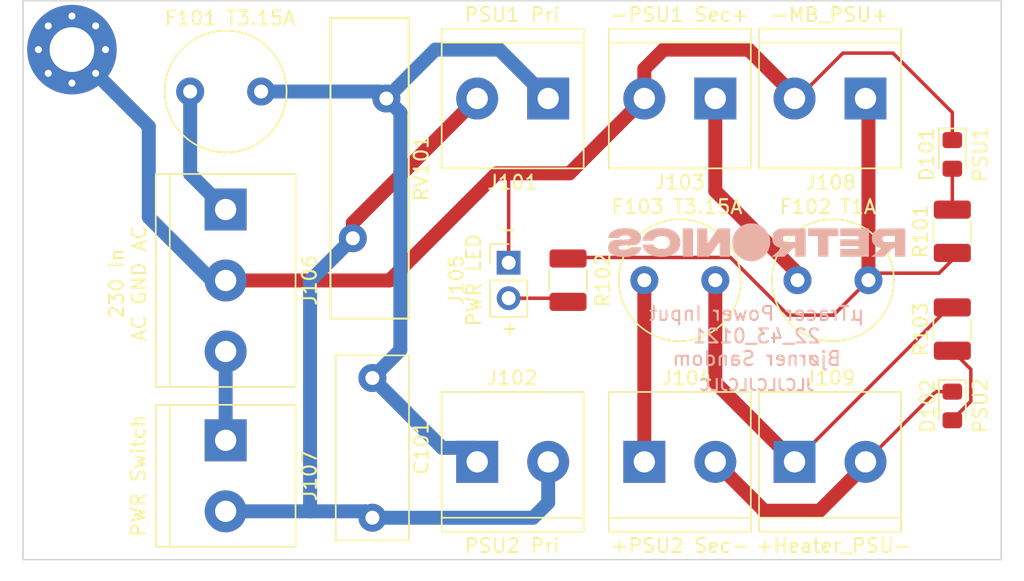
<source format=kicad_pcb>
(kicad_pcb (version 20211014) (generator pcbnew)
  (layers (0 "F.Cu" signal) (31 "B.Cu" signal) (34 "B.Paste" user) (35 "F.Paste" user) (36 "B.SilkS" user "B.Silkscreen") (37 "F.SilkS" user "F.Silkscreen") (38 "B.Mask" user) (39 "F.Mask" user) (44 "Edge.Cuts" user))
  (net 0 "")
  (net 1 "Net-(C101-Pad1)")
  (net 2 "Net-(C101-Pad2)")
  (net 3 "Earth")
  (net 4 "Net-(D101-Pad2)")
  (net 5 "/PSU2_0V")
  (net 6 "Net-(D102-Pad2)")
  (net 7 "Net-(F101-Pad1)")
  (net 8 "/PSU1_19V")
  (net 9 "Net-(F102-Pad2)")
  (net 10 "/PSU2_19V")
  (net 11 "Net-(F103-Pad2)")
  (net 12 "Net-(J106-Pad3)")
  (net 13 "Net-(J105-Pad2)")
  (footprint "MountingHole:MountingHole_3.2mm_M3" (layer "F.Cu") (at 73.5 57.5)
    (fp_text reference "H105" hide)
    (fp_text value "MountingHole")
    (pad "" np_thru_hole circle (at 0 0) (size 3.2 3.2) (drill 3.2) (layers *.Cu *.Mask))
  )
  (footprint "Fuse:Fuse_Littelfuse_372_D8.50mm" (layer "F.Cu") (at 81.96 51.5)
    (fp_text reference "F101" (at 0.04 -5.25) (layer "F.SilkS"))
    (fp_text value "T1A")
    (fp_circle (center 2.54 0) (end 6.9 0) (layer "F.SilkS") (width 0.12) (fill none))
    (pad "1" thru_hole circle (at 0 0) (size 2 2) (drill 1) (layers *.Cu *.Mask) (net 7 "Net-(F101-Pad1)"))
    (pad "2" thru_hole circle (at 5.08 0) (size 2 2) (drill 1) (layers *.Cu *.Mask) (net 1 "Net-(C101-Pad1)"))
  )
  (footprint "myDevices:TerminalBlock_LCSC_P5.08mm" (layer "F.Cu") (at 102.5 78)
    (fp_text reference "J102" (at 2.5 -6) (layer "F.SilkS"))
    (fp_text value "PSU2 Pri")
    (fp_line (start -2.54 5) (end 7.62 5) (layer "F.SilkS") (width 0.12))
    (fp_line (start 7.62 4) (end -2.54 4) (layer "F.SilkS") (width 0.12))
    (fp_line (start 7.62 -5) (end -2.54 -5) (layer "F.SilkS") (width 0.12))
    (fp_line (start -2.54 -5) (end -2.54 5) (layer "F.SilkS") (width 0.12))
    (fp_line (start 7.62 5) (end 7.62 -5) (layer "F.SilkS") (width 0.12))
    (pad "1" thru_hole rect locked (at 0 0) (size 3 3) (drill 1.52) (layers *.Cu *.Mask) (net 1 "Net-(C101-Pad1)"))
    (pad "2" thru_hole circle locked (at 5.08 0) (size 3 3) (drill 1.52) (layers *.Cu *.Mask) (net 2 "Net-(C101-Pad2)"))
  )
  (footprint "Fuse:Fuse_Littelfuse_372_D8.50mm" (layer "F.Cu") (at 119.54 65 180)
    (fp_text reference "F103" (at 5.54 5.25) (layer "F.SilkS"))
    (fp_text value "T3.15A")
    (fp_circle (center 2.54 0) (end 6.9 0) (layer "F.SilkS") (width 0.12) (fill none))
    (pad "1" thru_hole circle (at 0 0 180) (size 2 2) (drill 1) (layers *.Cu *.Mask) (net 10 "/PSU2_19V"))
    (pad "2" thru_hole circle (at 5.08 0 180) (size 2 2) (drill 1) (layers *.Cu *.Mask) (net 11 "Net-(F103-Pad2)"))
  )
  (footprint "myDevices:TerminalBlock_LCSC_P5.08mm_3" (layer "F.Cu") (at 84.5 59.9415 -90)
    (fp_text reference "J106" (at 5.0585 -6 90) (layer "F.SilkS"))
    (fp_text value "230VAC In")
    (fp_line (start 12.7 4.0005) (end -2.54 4) (layer "F.SilkS") (width 0.12))
    (fp_line (start -2.54 5) (end 12.7 5) (layer "F.SilkS") (width 0.12))
    (fp_line (start -2.54 -5) (end -2.54 5) (layer "F.SilkS") (width 0.12))
    (fp_line (start 12.7 5) (end 12.7 -5) (layer "F.SilkS") (width 0.12))
    (fp_line (start 12.7 -5) (end -2.54 -5) (layer "F.SilkS") (width 0.12))
    (pad "1" thru_hole rect locked (at 0 0 270) (size 3 3) (drill 1.52) (layers *.Cu *.Mask) (net 7 "Net-(F101-Pad1)"))
    (pad "2" thru_hole circle locked (at 5.08 0 270) (size 3 3) (drill 1.52) (layers *.Cu *.Mask) (net 3 "Earth"))
    (pad "3" thru_hole circle locked (at 10.16 0 270) (size 3 3) (drill 1.52) (layers *.Cu *.Mask) (net 12 "Net-(J106-Pad3)"))
  )
  (footprint "LED_SMD:LED_0805_2012Metric_Pad1.15x1.40mm_HandSolder" (layer "F.Cu") (at 136.5 74 -90)
    (fp_text reference "D102" (at 0 1.75 90) (layer "F.SilkS"))
    (fp_text value "LED")
    (fp_line (start 1 -0.96) (end -1.86 -0.96) (layer "F.SilkS") (width 0.12))
    (fp_line (start -1.86 -0.96) (end -1.86 0.96) (layer "F.SilkS") (width 0.12))
    (fp_line (start -1.86 0.96) (end 1 0.96) (layer "F.SilkS") (width 0.12))
    (pad "1" smd roundrect (at -1.025 0 270) (size 1.15 1.4) (layers "F.Cu" "F.Paste" "F.Mask") (roundrect_rratio 0.2173913043) (net 5 "/PSU2_0V"))
    (pad "2" smd roundrect (at 1.025 0 270) (size 1.15 1.4) (layers "F.Cu" "F.Paste" "F.Mask") (roundrect_rratio 0.2173913043) (net 6 "Net-(D102-Pad2)"))
  )
  (footprint "myDevices:TerminalBlock_LCSC_P5.08mm" (layer "F.Cu") (at 130.29 52 180)
    (fp_text reference "J108" (at 2.5 -6) (layer "F.SilkS"))
    (fp_text value "To MainBoard")
    (fp_line (start -2.54 5) (end 7.62 5) (layer "F.SilkS") (width 0.12))
    (fp_line (start 7.62 4) (end -2.54 4) (layer "F.SilkS") (width 0.12))
    (fp_line (start 7.62 5) (end 7.62 -5) (layer "F.SilkS") (width 0.12))
    (fp_line (start 7.62 -5) (end -2.54 -5) (layer "F.SilkS") (width 0.12))
    (fp_line (start -2.54 -5) (end -2.54 5) (layer "F.SilkS") (width 0.12))
    (pad "1" thru_hole rect locked (at 0 0 180) (size 3 3) (drill 1.52) (layers *.Cu *.Mask) (net 8 "/PSU1_19V"))
    (pad "2" thru_hole circle locked (at 5.08 0 180) (size 3 3) (drill 1.52) (layers *.Cu *.Mask) (net 3 "Earth"))
  )
  (footprint "myDevices:TerminalBlock_LCSC_P5.08mm" (layer "F.Cu") (at 84.5 76.46 -90)
    (fp_text reference "J107" (at 2.54 -6 90) (layer "F.SilkS"))
    (fp_text value "Power switch")
    (fp_line (start -2.54 -5) (end -2.54 5) (layer "F.SilkS") (width 0.12))
    (fp_line (start -2.54 5) (end 7.62 5) (layer "F.SilkS") (width 0.12))
    (fp_line (start 7.62 5) (end 7.62 -5) (layer "F.SilkS") (width 0.12))
    (fp_line (start 7.62 4) (end -2.54 4) (layer "F.SilkS") (width 0.12))
    (fp_line (start 7.62 -5) (end -2.54 -5) (layer "F.SilkS") (width 0.12))
    (pad "1" thru_hole rect locked (at 0 0 270) (size 3 3) (drill 1.52) (layers *.Cu *.Mask) (net 12 "Net-(J106-Pad3)"))
    (pad "2" thru_hole circle locked (at 5.08 0 270) (size 3 3) (drill 1.52) (layers *.Cu *.Mask) (net 2 "Net-(C101-Pad2)"))
  )
  (footprint "myDevices:TerminalBlock_LCSC_P5.08mm" (layer "F.Cu") (at 119.54 52 180)
    (fp_text reference "J103" (at 2.54 -6) (layer "F.SilkS"))
    (fp_text value "PSU1 Sec")
    (fp_line (start 7.62 4) (end -2.54 4) (layer "F.SilkS") (width 0.12))
    (fp_line (start -2.54 -5) (end -2.54 5) (layer "F.SilkS") (width 0.12))
    (fp_line (start -2.54 5) (end 7.62 5) (layer "F.SilkS") (width 0.12))
    (fp_line (start 7.62 -5) (end -2.54 -5) (layer "F.SilkS") (width 0.12))
    (fp_line (start 7.62 5) (end 7.62 -5) (layer "F.SilkS") (width 0.12))
    (pad "1" thru_hole rect locked (at 0 0 180) (size 3 3) (drill 1.52) (layers *.Cu *.Mask) (net 9 "Net-(F102-Pad2)"))
    (pad "2" thru_hole circle locked (at 5.08 0 180) (size 3 3) (drill 1.52) (layers *.Cu *.Mask) (net 3 "Earth"))
  )
  (footprint "Fuse:Fuse_Littelfuse_372_D8.50mm" (layer "F.Cu") (at 130.5 65 180)
    (fp_text reference "F102" (at 4.5 5.25) (layer "F.SilkS"))
    (fp_text value "T1A")
    (fp_circle (center 2.54 0) (end 6.9 0) (layer "F.SilkS") (width 0.12) (fill none))
    (pad "1" thru_hole circle (at 0 0 180) (size 2 2) (drill 1) (layers *.Cu *.Mask) (net 8 "/PSU1_19V"))
    (pad "2" thru_hole circle (at 5.08 0 180) (size 2 2) (drill 1) (layers *.Cu *.Mask) (net 9 "Net-(F102-Pad2)"))
  )
  (footprint "MountingHole:MountingHole_3.2mm_M3_Pad_Via" (layer "F.Cu") (at 73.5 48.5)
    (fp_text reference "H101" hide)
    (fp_text value "Chassis")
    (pad "1" thru_hole circle (at 0 2.4) (size 0.8 0.8) (drill 0.5) (layers *.Cu *.Mask) (net 3 "Earth"))
    (pad "1" thru_hole circle (at 0 0) (size 6.4 6.4) (drill 3.2) (layers *.Cu *.Mask) (net 3 "Earth"))
    (pad "1" thru_hole circle (at -1.697056 1.697056) (size 0.8 0.8) (drill 0.5) (layers *.Cu *.Mask) (net 3 "Earth"))
    (pad "1" thru_hole circle (at 0 -2.4) (size 0.8 0.8) (drill 0.5) (layers *.Cu *.Mask) (net 3 "Earth"))
    (pad "1" thru_hole circle (at 1.697056 1.697056) (size 0.8 0.8) (drill 0.5) (layers *.Cu *.Mask) (net 3 "Earth"))
    (pad "1" thru_hole circle (at 1.697056 -1.697056) (size 0.8 0.8) (drill 0.5) (layers *.Cu *.Mask) (net 3 "Earth"))
    (pad "1" thru_hole circle (at 2.4 0) (size 0.8 0.8) (drill 0.5) (layers *.Cu *.Mask) (net 3 "Earth"))
    (pad "1" thru_hole circle (at -1.697056 -1.697056) (size 0.8 0.8) (drill 0.5) (layers *.Cu *.Mask) (net 3 "Earth"))
    (pad "1" thru_hole circle (at -2.4 0) (size 0.8 0.8) (drill 0.5) (layers *.Cu *.Mask) (net 3 "Earth"))
  )
  (footprint "myDevices:TerminalBlock_LCSC_P5.08mm" (layer "F.Cu") (at 125.21 78)
    (fp_text reference "J109" (at 2.54 -6) (layer "F.SilkS"))
    (fp_text value "To Heater PSU")
    (fp_line (start 7.62 4) (end -2.54 4) (layer "F.SilkS") (width 0.12))
    (fp_line (start -2.54 5) (end 7.62 5) (layer "F.SilkS") (width 0.12))
    (fp_line (start 7.62 -5) (end -2.54 -5) (layer "F.SilkS") (width 0.12))
    (fp_line (start -2.54 -5) (end -2.54 5) (layer "F.SilkS") (width 0.12))
    (fp_line (start 7.62 5) (end 7.62 -5) (layer "F.SilkS") (width 0.12))
    (pad "1" thru_hole rect locked (at 0 0) (size 3 3) (drill 1.52) (layers *.Cu *.Mask) (net 10 "/PSU2_19V"))
    (pad "2" thru_hole circle locked (at 5.08 0) (size 3 3) (drill 1.52) (layers *.Cu *.Mask) (net 5 "/PSU2_0V"))
  )
  (footprint "Resistor_SMD:R_1210_3225Metric_Pad1.30x2.65mm_HandSolder" (layer "F.Cu") (at 136.5 68.5 -90)
    (fp_text reference "R103" (at 0 2.28 90) (layer "F.SilkS"))
    (fp_text value "3.9kΩ 1/2W")
    (fp_line (start -0.723737 1.355) (end 0.723737 1.355) (layer "F.SilkS") (width 0.12))
    (fp_line (start -0.723737 -1.355) (end 0.723737 -1.355) (layer "F.SilkS") (width 0.12))
    (pad "1" smd roundrect (at -1.55 0 270) (size 1.3 2.65) (layers "F.Cu" "F.Paste" "F.Mask") (roundrect_rratio 0.1923076923) (net 10 "/PSU2_19V"))
    (pad "2" smd roundrect (at 1.55 0 270) (size 1.3 2.65) (layers "F.Cu" "F.Paste" "F.Mask") (roundrect_rratio 0.1923076923) (net 6 "Net-(D102-Pad2)"))
  )
  (footprint "MountingHole:MountingHole_3.2mm_M3" (layer "F.Cu") (at 73.5 81.5)
    (fp_text reference "H102" hide)
    (fp_text value "MountingHole")
    (pad "" np_thru_hole circle (at 0 0) (size 3.2 3.2) (drill 3.2) (layers *.Cu *.Mask))
  )
  (footprint "Capacitor_THT:C_Rect_L13.0mm_W5.0mm_P10.00mm_FKS3_FKP3_MKS4" (layer "F.Cu") (at 95 72 -90)
    (fp_text reference "C101" (at 5 -3.5 90) (layer "F.SilkS"))
    (fp_text value "47nF X2")
    (fp_line (start 11.62 -2.62) (end 11.62 2.62) (layer "F.SilkS") (width 0.12))
    (fp_line (start -1.62 -2.62) (end 11.62 -2.62) (layer "F.SilkS") (width 0.12))
    (fp_line (start -1.62 2.62) (end 11.62 2.62) (layer "F.SilkS") (width 0.12))
    (fp_line (start -1.62 -2.62) (end -1.62 2.62) (layer "F.SilkS") (width 0.12))
    (pad "1" thru_hole circle (at 0 0 270) (size 2 2) (drill 1) (layers *.Cu *.Mask) (net 1 "Net-(C101-Pad1)"))
    (pad "2" thru_hole circle (at 10 0 270) (size 2 2) (drill 1) (layers *.Cu *.Mask) (net 2 "Net-(C101-Pad2)"))
  )
  (footprint "MountingHole:MountingHole_3.2mm_M3" (layer "F.Cu") (at 136.5 81.5)
    (fp_text reference "H104" hide)
    (fp_text value "MountingHole")
    (pad "" np_thru_hole circle (at 0 0) (size 3.2 3.2) (drill 3.2) (layers *.Cu *.Mask))
  )
  (footprint "LED_SMD:LED_0805_2012Metric_Pad1.15x1.40mm_HandSolder" (layer "F.Cu") (at 136.5 56 -90)
    (fp_text reference "D101" (at 0 1.85 90) (layer "F.SilkS"))
    (fp_text value "LED")
    (fp_line (start -1.86 0.96) (end 1 0.96) (layer "F.SilkS") (width 0.12))
    (fp_line (start 1 -0.96) (end -1.86 -0.96) (layer "F.SilkS") (width 0.12))
    (fp_line (start -1.86 -0.96) (end -1.86 0.96) (layer "F.SilkS") (width 0.12))
    (pad "1" smd roundrect (at -1.025 0 270) (size 1.15 1.4) (layers "F.Cu" "F.Paste" "F.Mask") (roundrect_rratio 0.2173913043) (net 3 "Earth"))
    (pad "2" smd roundrect (at 1.025 0 270) (size 1.15 1.4) (layers "F.Cu" "F.Paste" "F.Mask") (roundrect_rratio 0.2173913043) (net 4 "Net-(D101-Pad2)"))
  )
  (footprint "Varistor:RV_Disc_D21.5mm_W5.6mm_P10mm" (layer "F.Cu") (at 96 52 -90)
    (fp_text reference "RV101" (at 5 -2.5 90) (layer "F.SilkS"))
    (fp_text value "20D431K")
    (fp_line (start -5.75 -1.6) (end 15.75 -1.6) (layer "F.SilkS") (width 0.15))
    (fp_line (start -5.75 -1.6) (end -5.75 4) (layer "F.SilkS") (width 0.15))
    (fp_line (start -5.75 4) (end 15.75 4) (layer "F.SilkS") (width 0.15))
    (fp_line (start 15.75 -1.6) (end 15.75 4) (layer "F.SilkS") (width 0.15))
    (pad "1" thru_hole circle (at 0 0 270) (size 2 2) (drill 1) (layers *.Cu *.Mask) (net 1 "Net-(C101-Pad1)"))
    (pad "2" thru_hole circle (at 10 2.4 270) (size 2 2) (drill 1) (layers *.Cu *.Mask) (net 2 "Net-(C101-Pad2)"))
  )
  (footprint "Resistor_SMD:R_1210_3225Metric_Pad1.30x2.65mm_HandSolder" (layer "F.Cu") (at 136.5 61.5 90)
    (fp_text reference "R101" (at 0 -2.28 90) (layer "F.SilkS"))
    (fp_text value "3.9kΩ 1/2W")
    (fp_line (start -0.723737 -1.355) (end 0.723737 -1.355) (layer "F.SilkS") (width 0.12))
    (fp_line (start -0.723737 1.355) (end 0.723737 1.355) (layer "F.SilkS") (width 0.12))
    (pad "1" smd roundrect (at -1.55 0 90) (size 1.3 2.65) (layers "F.Cu" "F.Paste" "F.Mask") (roundrect_rratio 0.1923076923) (net 8 "/PSU1_19V"))
    (pad "2" smd roundrect (at 1.55 0 90) (size 1.3 2.65) (layers "F.Cu" "F.Paste" "F.Mask") (roundrect_rratio 0.1923076923) (net 4 "Net-(D101-Pad2)"))
  )
  (footprint "MountingHole:MountingHole_3.2mm_M3" (layer "F.Cu") (at 136.5 48.5)
    (fp_text reference "H103" hide)
    (fp_text value "MountingHole")
    (pad "" np_thru_hole circle (at 0 0) (size 3.2 3.2) (drill 3.2) (layers *.Cu *.Mask))
  )
  (footprint "MountingHole:MountingHole_3.2mm_M3" (layer "F.Cu") (at 73.5 72.5)
    (fp_text reference "H106" hide)
    (fp_text value "MountingHole")
    (pad "" np_thru_hole circle (at 0 0) (size 3.2 3.2) (drill 3.2) (layers *.Cu *.Mask))
  )
  (footprint "Resistor_SMD:R_1210_3225Metric_Pad1.30x2.65mm_HandSolder" (layer "F.Cu") (at 109 65 -90)
    (fp_text reference "R102" (at 0 -2.5 -90) (layer "F.SilkS"))
    (fp_text value "1kΩ 1/2W")
    (fp_line (start -0.723737 -1.355) (end 0.723737 -1.355) (layer "F.SilkS") (width 0.12))
    (fp_line (start -0.723737 1.355) (end 0.723737 1.355) (layer "F.SilkS") (width 0.12))
    (pad "1" smd roundrect (at -1.55 0 270) (size 1.3 2.65) (layers "F.Cu" "F.Paste" "F.Mask") (roundrect_rratio 0.1923076923) (net 8 "/PSU1_19V"))
    (pad "2" smd roundrect (at 1.55 0 270) (size 1.3 2.65) (layers "F.Cu" "F.Paste" "F.Mask") (roundrect_rratio 0.1923076923) (net 13 "Net-(J105-Pad2)"))
  )
  (footprint "Connector_PinHeader_2.54mm:PinHeader_1x02_P2.54mm_Vertical" (layer "F.Cu") (at 104.75 63.75)
    (fp_text reference "J105" (at -3.75 1.25 90) (layer "F.SilkS"))
    (fp_text value "Power LED")
    (fp_line (start -1.33 1.27) (end 1.33 1.27) (layer "F.SilkS") (width 0.12))
    (fp_line (start 1.33 1.27) (end 1.33 3.87) (layer "F.SilkS") (width 0.12))
    (fp_line (start -1.33 1.27) (end -1.33 3.87) (layer "F.SilkS") (width 0.12))
    (fp_line (start -1.33 0) (end -1.33 -1.33) (layer "F.SilkS") (width 0.12))
    (fp_line (start -1.33 3.87) (end 1.33 3.87) (layer "F.SilkS") (width 0.12))
    (fp_line (start -1.33 -1.33) (end 0 -1.33) (layer "F.SilkS") (width 0.12))
    (pad "1" thru_hole rect (at 0 0) (size 1.7 1.7) (drill 1) (layers *.Cu *.Mask) (net 3 "Earth"))
    (pad "2" thru_hole oval (at 0 2.54) (size 1.7 1.7) (drill 1) (layers *.Cu *.Mask) (net 13 "Net-(J105-Pad2)"))
  )
  (footprint "myDevices:TerminalBlock_LCSC_P5.08mm" (layer "F.Cu") (at 114.46 78)
    (fp_text reference "J104" (at 3.04 -6) (layer "F.SilkS"))
    (fp_text value "PSU2 Sec")
    (fp_line (start 7.62 5) (end 7.62 -5) (layer "F.SilkS") (width 0.12))
    (fp_line (start 7.62 4) (end -2.54 4) (layer "F.SilkS") (width 0.12))
    (fp_line (start 7.62 -5) (end -2.54 -5) (layer "F.SilkS") (width 0.12))
    (fp_line (start -2.54 -5) (end -2.54 5) (layer "F.SilkS") (width 0.12))
    (fp_line (start -2.54 5) (end 7.62 5) (layer "F.SilkS") (width 0.12))
    (pad "1" thru_hole rect locked (at 0 0) (size 3 3) (drill 1.52) (layers *.Cu *.Mask) (net 11 "Net-(F103-Pad2)"))
    (pad "2" thru_hole circle locked (at 5.08 0) (size 3 3) (drill 1.52) (layers *.Cu *.Mask) (net 5 "/PSU2_0V"))
  )
  (footprint "myDevices:TerminalBlock_LCSC_P5.08mm" (layer "F.Cu") (at 107.58 52 180)
    (fp_text reference "J101" (at 2.54 -6) (layer "F.SilkS"))
    (fp_text value "PSU1 Pri")
    (fp_line (start -2.54 5) (end 7.62 5) (layer "F.SilkS") (width 0.12))
    (fp_line (start 7.62 5) (end 7.62 -5) (layer "F.SilkS") (width 0.12))
    (fp_line (start -2.54 -5) (end -2.54 5) (layer "F.SilkS") (width 0.12))
    (fp_line (start 7.62 4) (end -2.54 4) (layer "F.SilkS") (width 0.12))
    (fp_line (start 7.62 -5) (end -2.54 -5) (layer "F.SilkS") (width 0.12))
    (pad "1" thru_hole rect locked (at 0 0 180) (size 3 3) (drill 1.52) (layers *.Cu *.Mask) (net 1 "Net-(C101-Pad1)"))
    (pad "2" thru_hole circle locked (at 5.08 0 180) (size 3 3) (drill 1.52) (layers *.Cu *.Mask) (net 2 "Net-(C101-Pad2)"))
  )
  (footprint "Graphics:retronics_logo_24mm" (layer "B.Cu") (at 122.497465 62.25 180)
    (fp_text reference "G***" hide)
    (fp_text value "LOGO" hide)
    (fp_poly (pts (xy 6.814868 0.96565) (xy 6.941958 0.964603) (xy 7.040039 0.961781) (xy 7.118429 0.956268) (xy 7.186451 0.947147) (xy 7.253423 0.933501) (xy 7.324574 0.915508) (xy 7.535657 0.844697) (xy 7.718758 0.753138) (xy 7.872391 0.642208) (xy 7.99507 0.513283) (xy 8.085306 0.367739) (xy 8.141615 0.206953) (xy 8.152844 0.148566) (xy 8.16393 0.076679) (xy 7.385029 0.076679) (xy 7.36225 0.131672) (xy 7.314069 0.206972) (xy 7.237301 0.27877) (xy 7.141378 0.338588) (xy 7.121585 0.347981) (xy 7.024712 0.378497) (xy 6.904885 0.396818) (xy 6.775632 0.40255) (xy 6.650478 0.395296) (xy 6.542949 0.374661) (xy 6.515848 0.36569) (xy 6.394646 0.30224) (xy 6.302779 0.215599) (xy 6.242149 0.108665) (xy 6.214655 -0.015662) (xy 6.214576 -0.093704) (xy 6.239785 -0.221225) (xy 6.295929 -0.326305) (xy 6.384001 -0.410445) (xy 6.450012 -0.450197) (xy 6.500419 -0.474819) (xy 6.543638 -0.491239) (xy 6.589522 -0.501111) (xy 6.647922 -0.506089) (xy 6.728689 -0.507826) (xy 6.79443 -0.508) (xy 6.898106 -0.507078) (xy 6.973137 -0.503441) (xy 7.029193 -0.495786) (xy 7.075945 -0.482809) (xy 7.121585 -0.463886) (xy 7.220348 -0.406485) (xy 7.301481 -0.33604) (xy 7.355703 -0.260927) (xy 7.36225 -0.246691) (xy 7.385029 -0.191698) (xy 8.161106 -0.191698) (xy 8.142829 -0.29234) (xy 8.094889 -0.45112) (xy 8.012227 -0.598075) (xy 7.897303 -0.730719) (xy 7.752581 -0.846567) (xy 7.580522 -0.943133) (xy 7.443165 -0.998611) (xy 7.299737 -1.03771) (xy 7.130697 -1.066504) (xy 6.947596 -1.084108) (xy 6.761986 -1.08964) (xy 6.585418 -1.082216) (xy 6.490582 -1.071463) (xy 6.2623 -1.023701) (xy 6.058833 -0.951229) (xy 5.881814 -0.855189) (xy 5.732873 -0.736729) (xy 5.613645 -0.596991) (xy 5.52576 -0.437123) (xy 5.503569 -0.379138) (xy 5.461961 -0.204942) (xy 5.451175 -0.021402) (xy 5.462783 0.105434) (xy 5.509919 0.284607) (xy 5.590557 0.446747) (xy 5.703159 0.59038) (xy 5.846185 0.71403) (xy 6.018097 0.816224) (xy 6.217356 0.895486) (xy 6.316453 0.923509) (xy 6.389489 0.940348) (xy 6.458232 0.9522) (xy 6.531918 0.959848) (xy 6.619783 0.964071) (xy 6.731062 0.965652)) (layer "B.SilkS") (width 0) (fill solid))
    (fp_poly (pts (xy -2.592717 0.954145) (xy -2.38117 0.952611) (xy -2.204358 0.951111) (xy -2.058675 0.949479) (xy -1.940516 0.947545) (xy -1.846277 0.945141) (xy -1.772353 0.9421) (xy -1.715138 0.938254) (xy -1.671028 0.933433) (xy -1.636418 0.927471) (xy -1.607702 0.920199) (xy -1.581277 0.91145) (xy -1.567456 0.90634) (xy -1.413103 0.832579) (xy -1.291576 0.739454) (xy -1.202197 0.625908) (xy -1.144286 0.490888) (xy -1.117166 0.33334) (xy -1.116298 0.205859) (xy -1.130515 0.0672) (xy -1.159881 -0.044492) (xy -1.208161 -0.138861) (xy -1.279117 -0.225552) (xy -1.288356 -0.23492) (xy -1.374 -0.308123) (xy -1.469708 -0.363021) (xy -1.58712 -0.405695) (xy -1.644879 -0.421231) (xy -1.707302 -0.438377) (xy -1.752272 -0.453784) (xy -1.769483 -0.463599) (xy -1.756558 -0.478919) (xy -1.718262 -0.515385) (xy -1.658551 -0.56945) (xy -1.581384 -0.637569) (xy -1.490717 -0.716194) (xy -1.422375 -0.774699) (xy -1.071542 -1.07351) (xy -1.527809 -1.073364) (xy -1.984075 -1.073219) (xy -2.313083 -0.757062) (xy -2.419912 -0.655009) (xy -2.503354 -0.576999) (xy -2.567153 -0.519984) (xy -2.615051 -0.480916) (xy -2.650791 -0.456746) (xy -2.678116 -0.444426) (xy -2.700769 -0.440907) (xy -2.701272 -0.440906) (xy -2.760452 -0.440906) (xy -2.760452 -1.07351) (xy -3.508075 -1.07351) (xy -3.508075 -0.01917) (xy -2.760452 -0.01917) (xy -2.408672 -0.01917) (xy -2.285014 -0.018035) (xy -2.174979 -0.014854) (xy -2.085225 -0.009959) (xy -2.022409 -0.003684) (xy -1.997785 0.001434) (xy -1.930814 0.042842) (xy -1.891152 0.110975) (xy -1.878641 0.201869) (xy -1.881786 0.267247) (xy -1.893966 0.318359) (xy -1.9193 0.356924) (xy -1.961905 0.384661) (xy -2.025898 0.40329) (xy -2.115399 0.414531) (xy -2.234526 0.420103) (xy -2.387395 0.421724) (xy -2.405195 0.421736) (xy -2.760452 0.421736) (xy -2.760452 -0.01917) (xy -3.508075 -0.01917) (xy -3.508075 0.960541)) (layer "B.SilkS") (width 0) (fill solid))
    (fp_poly (pts (xy -3.680603 0.402566) (xy -4.389886 0.402566) (xy -4.389886 -1.07351) (xy -5.137509 -1.07351) (xy -5.137509 0.402566) (xy -5.846792 0.402566) (xy -5.846792 0.95849) (xy -3.680603 0.95849)) (layer "B.SilkS") (width 0) (fill solid))
    (fp_poly (pts (xy 5.290868 -1.07351) (xy 4.543246 -1.07351) (xy 4.543246 0.95849) (xy 5.290868 0.95849)) (layer "B.SilkS") (width 0) (fill solid))
    (fp_poly (pts (xy 9.741976 0.95479) (xy 9.945424 0.915963) (xy 10.126688 0.858091) (xy 10.283354 0.782303) (xy 10.413007 0.689728) (xy 10.513234 0.581495) (xy 10.581618 0.458734) (xy 10.612433 0.346815) (xy 10.624976 0.268377) (xy 9.869978 0.268377) (xy 9.823362 0.323777) (xy 9.752553 0.382776) (xy 9.652994 0.424189) (xy 9.522088 0.448929) (xy 9.450717 0.454958) (xy 9.308439 0.455565) (xy 9.195872 0.438192) (xy 9.108399 0.401931) (xy 9.079409 0.38194) (xy 9.037379 0.329905) (xy 9.028982 0.272721) (xy 9.054141 0.219844) (xy 9.080854 0.196932) (xy 9.101136 0.186328) (xy 9.12915 0.177825) (xy 9.169604 0.171033) (xy 9.227205 0.165559) (xy 9.306661 0.161014) (xy 9.41268 0.157005) (xy 9.54997 0.153142) (xy 9.631986 0.151138) (xy 9.788939 0.14711) (xy 9.913119 0.143) (xy 10.010092 0.138342) (xy 10.085422 0.132672) (xy 10.144675 0.125523) (xy 10.193415 0.11643) (xy 10.237207 0.104927) (xy 10.256651 0.098883) (xy 10.391208 0.038105) (xy 10.496945 -0.047903) (xy 10.573502 -0.158679) (xy 10.620519 -0.293765) (xy 10.634175 -0.383767) (xy 10.629925 -0.528827) (xy 10.590593 -0.660376) (xy 10.517477 -0.777003) (xy 10.411874 -0.877299) (xy 10.275083 -0.959853) (xy 10.1084 -1.023256) (xy 10.025812 -1.044748) (xy 9.937075 -1.059593) (xy 9.820037 -1.071414) (xy 9.684644 -1.079898) (xy 9.540837 -1.084732) (xy 9.398561 -1.085602) (xy 9.267759 -1.082195) (xy 9.158376 -1.074198) (xy 9.144 -1.072531) (xy 8.955696 -1.038397) (xy 8.779678 -0.985341) (xy 8.623038 -0.916236) (xy 8.492869 -0.833958) (xy 8.437051 -0.786005) (xy 8.370026 -0.706127) (xy 8.312731 -0.610636) (xy 8.272745 -0.513802) (xy 8.258843 -0.450491) (xy 8.252604 -0.392981) (xy 8.624314 -0.387766) (xy 8.752664 -0.386153) (xy 8.848086 -0.385734) (xy 8.915986 -0.386968) (xy 8.96177 -0.390311) (xy 8.990843 -0.396223) (xy 9.00861 -0.40516) (xy 9.020476 -0.417581) (xy 9.023354 -0.421569) (xy 9.079436 -0.472814) (xy 9.165965 -0.515545) (xy 9.275614 -0.547794) (xy 9.401053 -0.567589) (xy 9.534953 -0.57296) (xy 9.579992 -0.571217) (xy 9.704714 -0.555333) (xy 9.795143 -0.524692) (xy 9.850871 -0.479588) (xy 9.871488 -0.420319) (xy 9.863301 -0.36559) (xy 9.852868 -0.341076) (xy 9.836033 -0.321512) (xy 9.80857 -0.306191) (xy 9.766251 -0.294401) (xy 9.70485 -0.285434) (xy 9.620141 -0.27858) (xy 9.507895 -0.27313) (xy 9.363888 -0.268374) (xy 9.268604 -0.265771) (xy 9.079275 -0.259761) (xy 8.923657 -0.251955) (xy 8.797131 -0.241374) (xy 8.695077 -0.227039) (xy 8.612877 -0.207972) (xy 8.545911 -0.183193) (xy 8.48956 -0.151724) (xy 8.439203 -0.112586) (xy 8.40843 -0.083503) (xy 8.339218 -0.000267) (xy 8.29632 0.089241) (xy 8.275614 0.195949) (xy 8.272106 0.277962) (xy 8.274252 0.36548) (xy 8.283342 0.431018) (xy 8.302674 0.490761) (xy 8.325796 0.541333) (xy 8.405015 0.659423) (xy 8.517351 0.759473) (xy 8.661869 0.841062) (xy 8.837634 0.903768) (xy 9.043711 0.947169) (xy 9.278189 0.970791) (xy 9.51876 0.973442)) (layer "B.SilkS") (width 0) (fill solid))
    (fp_poly (pts (xy -5.980981 0.402566) (xy -7.284528 0.402566) (xy -7.284528 0.172528) (xy -5.980981 0.172528) (xy -5.980981 -0.306717) (xy -7.284528 -0.306717) (xy -7.284528 -0.517585) (xy -5.980981 -0.517585) (xy -5.980981 -1.07351) (xy -8.032151 -1.07351) (xy -8.032151 0.95849) (xy -5.980981 0.95849)) (layer "B.SilkS") (width 0) (fill solid))
    (fp_poly (pts (xy 0.494809 1.310009) (xy 0.578576 1.306618) (xy 0.645372 1.29935) (xy 0.705871 1.286881) (xy 0.770749 1.267889) (xy 0.795548 1.259762) (xy 0.974201 1.187859) (xy 1.133301 1.095501) (xy 1.283974 0.975713) (xy 1.352181 0.910813) (xy 1.432754 0.826659) (xy 1.493312 0.752241) (xy 1.543982 0.673598) (xy 1.594891 0.576772) (xy 1.595716 0.575094) (xy 1.68079 0.360707) (xy 1.7295 0.140622) (xy 1.741957 -0.08131) (xy 1.718272 -0.30124) (xy 1.658557 -0.51532) (xy 1.562923 -0.7197) (xy 1.558038 -0.728159) (xy 1.452841 -0.877574) (xy 1.318778 -1.019476) (xy 1.165322 -1.145756) (xy 1.001942 -1.24831) (xy 0.889247 -1.300656) (xy 0.764351 -1.341074) (xy 0.62489 -1.371786) (xy 0.48268 -1.391258) (xy 0.349536 -1.397959) (xy 0.237274 -1.390355) (xy 0.220453 -1.387399) (xy 0.180388 -1.379555) (xy 0.119157 -1.367614) (xy 0.07668 -1.359347) (xy -0.015625 -1.333041) (xy -0.12653 -1.288701) (xy -0.244511 -1.232008) (xy -0.358046 -1.168646) (xy -0.455611 -1.104298) (xy -0.482904 -1.083361) (xy -0.614844 -0.956345) (xy -0.73477 -0.799564) (xy -0.836552 -0.621138) (xy -0.844823 -0.603849) (xy -0.924514 -0.391734) (xy -0.967241 -0.175676) (xy -0.973647 0.040794) (xy -0.944373 0.254151) (xy -0.880061 0.460864) (xy -0.781353 0.657406) (xy -0.648891 0.840249) (xy -0.565885 0.929736) (xy -0.402109 1.070496) (xy -0.224234 1.179256) (xy -0.028754 1.259762) (xy 0.040016 1.281258) (xy 0.100801 1.295784) (xy 0.164275 1.304661) (xy 0.241112 1.309215) (xy 0.341986 1.310766) (xy 0.383397 1.310845)) (layer "B.SilkS") (width 0) (fill solid))
    (fp_poly (pts (xy -9.723886 0.954145) (xy -9.51234 0.952611) (xy -9.335528 0.951111) (xy -9.189845 0.949479) (xy -9.071686 0.947545) (xy -8.977447 0.945141) (xy -8.903523 0.9421) (xy -8.846308 0.938254) (xy -8.802198 0.933433) (xy -8.767587 0.927471) (xy -8.738872 0.920199) (xy -8.712447 0.91145) (xy -8.698626 0.90634) (xy -8.544273 0.832579) (xy -8.422746 0.739454) (xy -8.333367 0.625908) (xy -8.275456 0.490888) (xy -8.248336 0.33334) (xy -8.247468 0.205859) (xy -8.261685 0.0672) (xy -8.291051 -0.044492) (xy -8.33933 -0.138861) (xy -8.410287 -0.225552) (xy -8.419525 -0.23492) (xy -8.50517 -0.308123) (xy -8.600878 -0.363021) (xy -8.71829 -0.405695) (xy -8.776049 -0.421231) (xy -8.838472 -0.438377) (xy -8.883442 -0.453784) (xy -8.900653 -0.463599) (xy -8.887728 -0.478919) (xy -8.849432 -0.515385) (xy -8.789721 -0.56945) (xy -8.712554 -0.637569) (xy -8.621887 -0.716194) (xy -8.553544 -0.774699) (xy -8.202712 -1.07351) (xy -8.658978 -1.073364) (xy -9.115245 -1.073219) (xy -9.444253 -0.757062) (xy -9.551082 -0.655009) (xy -9.634524 -0.576999) (xy -9.698323 -0.519984) (xy -9.746221 -0.480916) (xy -9.781961 -0.456746) (xy -9.809286 -0.444426) (xy -9.831939 -0.440907) (xy -9.832442 -0.440906) (xy -9.891622 -0.440906) (xy -9.891622 -1.07351) (xy -10.639245 -1.07351) (xy -10.639245 -0.01917) (xy -9.891622 -0.01917) (xy -9.539841 -0.01917) (xy -9.416184 -0.018035) (xy -9.306149 -0.014854) (xy -9.216395 -0.009959) (xy -9.153579 -0.003684) (xy -9.128955 0.001434) (xy -9.061983 0.042842) (xy -9.022321 0.110975) (xy -9.009811 0.201869) (xy -9.012956 0.267247) (xy -9.025136 0.318359) (xy -9.05047 0.356924) (xy -9.093074 0.384661) (xy -9.157068 0.40329) (xy -9.246569 0.414531) (xy -9.365695 0.420103) (xy -9.518565 0.421724) (xy -9.536365 0.421736) (xy -9.891622 0.421736) (xy -9.891622 -0.01917) (xy -10.639245 -0.01917) (xy -10.639245 0.960541)) (layer "B.SilkS") (width 0) (fill solid))
    (fp_poly (pts (xy 3.125475 0.431902) (xy 3.210928 0.305756) (xy 3.290385 0.190415) (xy 3.36117 0.089613) (xy 3.420607 0.007083) (xy 3.46602 -0.053441) (xy 3.494732 -0.088223) (xy 3.503283 -0.095268) (xy 3.5107 -0.087132) (xy 3.516529 -0.060076) (xy 3.520924 -0.010726) (xy 3.524037 0.064292) (xy 3.526023 0.16835) (xy 3.527034 0.304823) (xy 3.527246 0.43132) (xy 3.527246 0.95849) (xy 4.255699 0.95849) (xy 4.255699 -1.07351) (xy 3.82917 -1.073504) (xy 3.402642 -1.073499) (xy 3.038942 -0.565504) (xy 2.950817 -0.443031) (xy 2.869486 -0.331179) (xy 2.797686 -0.233621) (xy 2.738155 -0.154028) (xy 2.693629 -0.096073) (xy 2.666845 -0.063428) (xy 2.660338 -0.05751) (xy 2.656376 -0.075848) (xy 2.65281 -0.12754) (xy 2.649787 -0.2076) (xy 2.647452 -0.311043) (xy 2.645953 -0.432882) (xy 2.645434 -0.56551) (xy 2.645434 -1.07351) (xy 1.897812 -1.07351) (xy 1.897812 0.95849) (xy 2.77163 0.95849)) (layer "B.SilkS") (width 0) (fill solid))
  )
  (gr_line (start 140 85) (end 140 45) (layer "Edge.Cuts") (width 0.1))
  (gr_line (start 140 45) (end 70 45) (layer "Edge.Cuts") (width 0.1))
  (gr_line (start 70 45) (end 70 85) (layer "Edge.Cuts") (width 0.1))
  (gr_line (start 70 85) (end 140 85) (layer "Edge.Cuts") (width 0.1))
  (gr_text "µTracer Power Input\n22_43_0121\nBjørner Sandom\n" (at 122.5 69) (layer "B.SilkS") (effects (font (size 1 1)) (justify mirror)))
  (gr_text "JLCJLCJLCJLC" (at 122.5 72.5) (layer "B.SilkS") (effects (font (size 0.8 0.8)) (justify mirror)))
  (gr_text "230 In\nAC GND AC" (at 77.5 65.25 90) (layer "F.SilkS") (effects (font (size 1 1))))
  (gr_text "T3.15A" (at 119 59.75) (layer "F.SilkS") (effects (font (size 1 1))))
  (gr_text "-PSU1 Sec+" (at 117 46) (layer "F.SilkS") (effects (font (size 1 1))))
  (gr_text "-" (at 104.75 61.5 180) (layer "F.SilkS") (effects (font (size 1 1))))
  (gr_text "+PSU2 Sec-" (at 117 84) (layer "F.SilkS") (effects (font (size 1 1))))
  (gr_text "PSU2 Pri" (at 105 84) (layer "F.SilkS") (effects (font (size 1 1))))
  (gr_text "PSU2" (at 138.5 74 90) (layer "F.SilkS") (effects (font (size 1 1))))
  (gr_text "PWR Switch" (at 78.25 79 90) (layer "F.SilkS") (effects (font (size 1 1))))
  (gr_text "-MB_PSU+" (at 127.75 46) (layer "F.SilkS") (effects (font (size 1 1))))
  (gr_text "+" (at 104.75 68.5 90) (layer "F.SilkS") (effects (font (size 1 1))))
  (gr_text "PSU1" (at 138.5 56 90) (layer "F.SilkS") (effects (font (size 1 1))))
  (gr_text "T3.15A" (at 87 46.25) (layer "F.SilkS") (effects (font (size 1 1))))
  (gr_text "PSU1 Pri" (at 105 46) (layer "F.SilkS") (effects (font (size 1 1))))
  (gr_text "PWR LED" (at 102.25 65 90) (layer "F.SilkS") (effects (font (size 1 1))))
  (gr_text "T1A" (at 129.75 59.75) (layer "F.SilkS") (effects (font (size 1 1))))
  (gr_text "+Heater_PSU-" (at 128 84) (layer "F.SilkS") (effects (font (size 1 1))))
  (segment (start 97 70) (end 97 53) (width 1) (layer "B.Cu") (net 1))
  (segment (start 102.5 77) (end 100 77) (width 1) (layer "B.Cu") (net 1))
  (segment (start 97 53) (end 96 52) (width 1) (layer "B.Cu") (net 1))
  (segment (start 104.08 48.5) (end 99.5 48.5) (width 1) (layer "B.Cu") (net 1))
  (segment (start 87.04 51.5) (end 95.5 51.5) (width 1) (layer "B.Cu") (net 1))
  (segment (start 107.58 52) (end 104.08 48.5) (width 1) (layer "B.Cu") (net 1))
  (segment (start 99.5 48.5) (end 96 52) (width 1) (layer "B.Cu") (net 1))
  (segment (start 95.5 51.5) (end 96 52) (width 1) (layer "B.Cu") (net 1))
  (segment (start 100 77) (end 95 72) (width 1) (layer "B.Cu") (net 1))
  (segment (start 95 72) (end 97 70) (width 1) (layer "B.Cu") (net 1))
  (segment (start 93.6 60.9) (end 93.6 62) (width 1) (layer "F.Cu") (net 2))
  (segment (start 102.5 52) (end 93.6 60.9) (width 1) (layer "F.Cu") (net 2))
  (segment (start 107.58 80.92) (end 107.58 78) (width 1) (layer "B.Cu") (net 2))
  (segment (start 84.5 81.54) (end 90.54 81.54) (width 1) (layer "B.Cu") (net 2))
  (segment (start 106.5 82) (end 107.58 80.92) (width 1) (layer "B.Cu") (net 2))
  (segment (start 94.54 81.54) (end 95 82) (width 1) (layer "B.Cu") (net 2))
  (segment (start 95 82) (end 106.5 82) (width 1) (layer "B.Cu") (net 2))
  (segment (start 90.54 65.06) (end 90.54 81.54) (width 1) (layer "B.Cu") (net 2))
  (segment (start 90.54 81.54) (end 94.54 81.54) (width 1) (layer "B.Cu") (net 2))
  (segment (start 93.6 62) (end 90.54 65.06) (width 1) (layer "B.Cu") (net 2))
  (segment (start 109.105 57.355) (end 114.46 52) (width 1) (layer "F.Cu") (net 3))
  (segment (start 115.83868 48.5) (end 121.92 48.5) (width 1) (layer "F.Cu") (net 3))
  (segment (start 114.46 49.87868) (end 115.83868 48.5) (width 1) (layer "F.Cu") (net 3))
  (segment (start 114.46 52) (end 114.46 49.87868) (width 1) (layer "F.Cu") (net 3))
  (segment (start 136.5 54.975) (end 136.5 53) (width 0.25) (layer "F.Cu") (net 3))
  (segment (start 103.895 57.355) (end 104.645 57.355) (width 1) (layer "F.Cu") (net 3))
  (segment (start 96.2285 65.0215) (end 103.895 57.355) (width 1) (layer "F.Cu") (net 3))
  (segment (start 104.75 63.75) (end 104.75 57.46) (width 0.25) (layer "F.Cu") (net 3))
  (segment (start 132.25 48.75) (end 128.67 48.75) (width 0.25) (layer "F.Cu") (net 3))
  (segment (start 121.92 48.5) (end 125.42 52) (width 1) (layer "F.Cu") (net 3))
  (segment (start 136.5 53) (end 132.25 48.75) (width 0.25) (layer "F.Cu") (net 3))
  (segment (start 104.75 57.46) (end 104.645 57.355) (width 0.25) (layer "F.Cu") (net 3))
  (segment (start 104.645 57.355) (end 109.105 57.355) (width 1) (layer "F.Cu") (net 3))
  (segment (start 128.67 48.75) (end 125.42 52) (width 0.25) (layer "F.Cu") (net 3))
  (segment (start 84.5 65.0215) (end 96.2285 65.0215) (width 1) (layer "F.Cu") (net 3))
  (segment (start 84.5 65.0215) (end 83.5215 65.0215) (width 1) (layer "B.Cu") (net 3))
  (segment (start 83.5215 65.0215) (end 79 60.5) (width 1) (layer "B.Cu") (net 3))
  (segment (start 79 54) (end 73.5 48.5) (width 1) (layer "B.Cu") (net 3))
  (segment (start 79 60.5) (end 79 54) (width 1) (layer "B.Cu") (net 3))
  (segment (start 136.5 60.45) (end 136.5 57.025) (width 0.25) (layer "F.Cu") (net 4))
  (segment (start 130.5 78) (end 127 81.5) (width 1) (layer "F.Cu") (net 5))
  (segment (start 123 81.46) (end 119.54 78) (width 1) (layer "F.Cu") (net 5))
  (segment (start 135.315 72.975) (end 130.29 78) (width 0.25) (layer "F.Cu") (net 5))
  (segment (start 127 81.5) (end 123 81.5) (width 1) (layer "F.Cu") (net 5))
  (segment (start 123 81.5) (end 123 81.46) (width 1) (layer "F.Cu") (net 5))
  (segment (start 136.5 72.975) (end 135.315 72.975) (width 0.25) (layer "F.Cu") (net 5))
  (segment (start 136.5 75.025) (end 136.5 74.987437) (width 0.25) (layer "F.Cu") (net 6))
  (segment (start 137.825 73.662437) (end 137.825 71.375) (width 0.25) (layer "F.Cu") (net 6))
  (segment (start 136.5 74.987437) (end 137.825 73.662437) (width 0.25) (layer "F.Cu") (net 6))
  (segment (start 137.825 71.375) (end 136.5 70.05) (width 0.25) (layer "F.Cu") (net 6))
  (segment (start 81.96 51) (end 81.96 57.4015) (width 1) (layer "B.Cu") (net 7))
  (segment (start 81.96 57.4015) (end 84.5 59.9415) (width 1) (layer "B.Cu") (net 7))
  (segment (start 130.5 52) (end 130.5 64.5) (width 1) (layer "F.Cu") (net 8))
  (segment (start 136.5 63.55) (end 135.55 64.5) (width 0.25) (layer "F.Cu") (net 8))
  (segment (start 120.625 63.375) (end 124.75 67.5) (width 0.25) (layer "F.Cu") (net 8))
  (segment (start 128 67.5) (end 130.5 65) (width 0.25) (layer "F.Cu") (net 8))
  (segment (start 135.55 64.5) (end 130.5 64.5) (width 0.25) (layer "F.Cu") (net 8))
  (segment (start 124.75 67.5) (end 128 67.5) (width 0.25) (layer "F.Cu") (net 8))
  (segment (start 109 63.45) (end 109.075 63.375) (width 0.25) (layer "F.Cu") (net 8))
  (segment (start 109.075 63.375) (end 120.625 63.375) (width 0.25) (layer "F.Cu") (net 8))
  (segment (start 119.54 58.62) (end 125.42 64.5) (width 1) (layer "F.Cu") (net 9))
  (segment (start 119.54 52) (end 119.54 58.62) (width 1) (layer "F.Cu") (net 9))
  (segment (start 119.54 72.33) (end 125.21 78) (width 1) (layer "F.Cu") (net 10))
  (segment (start 136.5 66.95) (end 136.26 66.95) (width 0.25) (layer "F.Cu") (net 10))
  (segment (start 119.54 65) (end 119.54 72.33) (width 1) (layer "F.Cu") (net 10))
  (segment (start 136.26 66.95) (end 125.21 78) (width 0.25) (layer "F.Cu") (net 10))
  (segment (start 114.46 77) (end 114.46 64.5) (width 1) (layer "F.Cu") (net 11))
  (segment (start 84.5 76.46) (end 84.5 70.1015) (width 1) (layer "B.Cu") (net 12))
  (segment (start 108.74 66.29) (end 104.75 66.29) (width 0.25) (layer "F.Cu") (net 13))
  (segment (start 109 66.55) (end 108.74 66.29) (width 0.25) (layer "F.Cu") (net 13))
)
</source>
